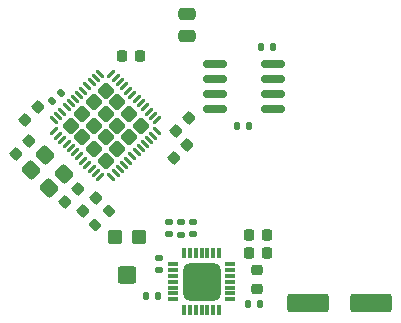
<source format=gtp>
%TF.GenerationSoftware,KiCad,Pcbnew,9.0.2-9.0.2-0~ubuntu22.04.1*%
%TF.CreationDate,2025-05-11T10:39:50+03:00*%
%TF.ProjectId,steper-motor-unit,73746570-6572-42d6-9d6f-746f722d756e,rev?*%
%TF.SameCoordinates,Original*%
%TF.FileFunction,Paste,Top*%
%TF.FilePolarity,Positive*%
%FSLAX46Y46*%
G04 Gerber Fmt 4.6, Leading zero omitted, Abs format (unit mm)*
G04 Created by KiCad (PCBNEW 9.0.2-9.0.2-0~ubuntu22.04.1) date 2025-05-11 10:39:50*
%MOMM*%
%LPD*%
G01*
G04 APERTURE LIST*
G04 Aperture macros list*
%AMRoundRect*
0 Rectangle with rounded corners*
0 $1 Rounding radius*
0 $2 $3 $4 $5 $6 $7 $8 $9 X,Y pos of 4 corners*
0 Add a 4 corners polygon primitive as box body*
4,1,4,$2,$3,$4,$5,$6,$7,$8,$9,$2,$3,0*
0 Add four circle primitives for the rounded corners*
1,1,$1+$1,$2,$3*
1,1,$1+$1,$4,$5*
1,1,$1+$1,$6,$7*
1,1,$1+$1,$8,$9*
0 Add four rect primitives between the rounded corners*
20,1,$1+$1,$2,$3,$4,$5,0*
20,1,$1+$1,$4,$5,$6,$7,0*
20,1,$1+$1,$6,$7,$8,$9,0*
20,1,$1+$1,$8,$9,$2,$3,0*%
G04 Aperture macros list end*
%ADD10RoundRect,0.250000X-0.475000X0.250000X-0.475000X-0.250000X0.475000X-0.250000X0.475000X0.250000X0*%
%ADD11RoundRect,0.135000X-0.185000X0.135000X-0.185000X-0.135000X0.185000X-0.135000X0.185000X0.135000X0*%
%ADD12RoundRect,0.225000X0.017678X-0.335876X0.335876X-0.017678X-0.017678X0.335876X-0.335876X0.017678X0*%
%ADD13RoundRect,0.250000X-0.350000X0.350000X-0.350000X-0.350000X0.350000X-0.350000X0.350000X0.350000X0*%
%ADD14RoundRect,0.250000X-0.550000X0.500000X-0.550000X-0.500000X0.550000X-0.500000X0.550000X0.500000X0*%
%ADD15RoundRect,0.225000X-0.017678X0.335876X-0.335876X0.017678X0.017678X-0.335876X0.335876X-0.017678X0*%
%ADD16RoundRect,0.225000X-0.225000X-0.250000X0.225000X-0.250000X0.225000X0.250000X-0.225000X0.250000X0*%
%ADD17RoundRect,0.135000X0.185000X-0.135000X0.185000X0.135000X-0.185000X0.135000X-0.185000X-0.135000X0*%
%ADD18RoundRect,0.135000X-0.135000X-0.185000X0.135000X-0.185000X0.135000X0.185000X-0.135000X0.185000X0*%
%ADD19RoundRect,0.250000X-1.500000X-0.550000X1.500000X-0.550000X1.500000X0.550000X-1.500000X0.550000X0*%
%ADD20RoundRect,0.135000X0.035355X-0.226274X0.226274X-0.035355X-0.035355X0.226274X-0.226274X0.035355X0*%
%ADD21RoundRect,0.250000X-0.565685X0.070711X0.070711X-0.565685X0.565685X-0.070711X-0.070711X0.565685X0*%
%ADD22RoundRect,0.135000X0.135000X0.185000X-0.135000X0.185000X-0.135000X-0.185000X0.135000X-0.185000X0*%
%ADD23RoundRect,0.250000X0.000000X-0.445477X0.445477X0.000000X0.000000X0.445477X-0.445477X0.000000X0*%
%ADD24RoundRect,0.062500X-0.220971X-0.309359X0.309359X0.220971X0.220971X0.309359X-0.309359X-0.220971X0*%
%ADD25RoundRect,0.062500X0.220971X-0.309359X0.309359X-0.220971X-0.220971X0.309359X-0.309359X0.220971X0*%
%ADD26RoundRect,0.200000X0.053033X-0.335876X0.335876X-0.053033X-0.053033X0.335876X-0.335876X0.053033X0*%
%ADD27RoundRect,0.225000X0.250000X-0.225000X0.250000X0.225000X-0.250000X0.225000X-0.250000X-0.225000X0*%
%ADD28RoundRect,0.045000X0.405000X-0.105000X0.405000X0.105000X-0.405000X0.105000X-0.405000X-0.105000X0*%
%ADD29RoundRect,0.045000X-0.405000X0.105000X-0.405000X-0.105000X0.405000X-0.105000X0.405000X0.105000X0*%
%ADD30RoundRect,0.045000X-0.105000X-0.405000X0.105000X-0.405000X0.105000X0.405000X-0.105000X0.405000X0*%
%ADD31RoundRect,0.045000X0.105000X0.405000X-0.105000X0.405000X-0.105000X-0.405000X0.105000X-0.405000X0*%
%ADD32RoundRect,0.472500X1.102500X1.102500X-1.102500X1.102500X-1.102500X-1.102500X1.102500X-1.102500X0*%
%ADD33RoundRect,0.150000X-0.825000X-0.150000X0.825000X-0.150000X0.825000X0.150000X-0.825000X0.150000X0*%
G04 APERTURE END LIST*
D10*
%TO.C,C8*%
X20740000Y37120000D03*
X20740000Y35220000D03*
%TD*%
D11*
%TO.C,R14*%
X19210000Y19440000D03*
X19210000Y18420000D03*
%TD*%
D12*
%TO.C,C5*%
X19821992Y27161992D03*
X20918008Y28258008D03*
%TD*%
D13*
%TO.C,PT1*%
X16670000Y18190000D03*
D14*
X15670000Y14940000D03*
D13*
X14670000Y18190000D03*
%TD*%
D12*
%TO.C,C4*%
X19621992Y24871992D03*
X20718008Y25968008D03*
%TD*%
D11*
%TO.C,R10*%
X20240000Y19430000D03*
X20240000Y18410000D03*
%TD*%
D12*
%TO.C,C11*%
X10388229Y21137164D03*
X11484245Y22233180D03*
%TD*%
D15*
%TO.C,C9*%
X12998008Y21468008D03*
X11901992Y20371992D03*
%TD*%
D16*
%TO.C,C16*%
X25975000Y18360000D03*
X27525000Y18360000D03*
%TD*%
D17*
%TO.C,R9*%
X18330000Y15410000D03*
X18330000Y16430000D03*
%TD*%
D18*
%TO.C,R16*%
X17280000Y13200000D03*
X18300000Y13200000D03*
%TD*%
D19*
%TO.C,C14*%
X30950000Y12620000D03*
X36350000Y12620000D03*
%TD*%
D20*
%TO.C,R11*%
X9329426Y29709426D03*
X10050674Y30430674D03*
%TD*%
D21*
%TO.C,X1*%
X7537379Y23911949D03*
X9093014Y22356314D03*
X10295095Y23558395D03*
X8739460Y25114030D03*
%TD*%
D22*
%TO.C,R5*%
X28020000Y34290000D03*
X27000000Y34290000D03*
%TD*%
D16*
%TO.C,C13*%
X25965000Y16870000D03*
X27515000Y16870000D03*
%TD*%
D12*
%TO.C,C10*%
X6278229Y25227164D03*
X7374245Y26323180D03*
%TD*%
D11*
%TO.C,R15*%
X21260000Y19440000D03*
X21260000Y18420000D03*
%TD*%
D16*
%TO.C,C6*%
X15195000Y33490000D03*
X16745000Y33490000D03*
%TD*%
D23*
%TO.C,U2*%
X10890253Y27629949D03*
X11880202Y26640000D03*
X12870152Y25650050D03*
X13860101Y24660101D03*
X11880202Y28619898D03*
X12870152Y27629949D03*
X13860101Y26640000D03*
X14850050Y25650050D03*
X12870152Y29609848D03*
X13860101Y28619898D03*
X14850050Y27629949D03*
X15840000Y26640000D03*
X13860101Y30599797D03*
X14850050Y29609848D03*
X15840000Y28619898D03*
X16829949Y27629949D03*
D24*
X9484878Y27143813D03*
X9838431Y26790260D03*
X10191985Y26436706D03*
X10545538Y26083153D03*
X10899091Y25729600D03*
X11252645Y25376046D03*
X11606198Y25022493D03*
X11959752Y24668939D03*
X12313305Y24315386D03*
X12666858Y23961833D03*
X13020412Y23608279D03*
X13373965Y23254726D03*
D25*
X14346237Y23254726D03*
X14699790Y23608279D03*
X15053344Y23961833D03*
X15406897Y24315386D03*
X15760450Y24668939D03*
X16114004Y25022493D03*
X16467557Y25376046D03*
X16821111Y25729600D03*
X17174664Y26083153D03*
X17528217Y26436706D03*
X17881771Y26790260D03*
X18235324Y27143813D03*
D24*
X18235324Y28116085D03*
X17881771Y28469638D03*
X17528217Y28823192D03*
X17174664Y29176745D03*
X16821111Y29530298D03*
X16467557Y29883852D03*
X16114004Y30237405D03*
X15760450Y30590959D03*
X15406897Y30944512D03*
X15053344Y31298065D03*
X14699790Y31651619D03*
X14346237Y32005172D03*
D25*
X13373965Y32005172D03*
X13020412Y31651619D03*
X12666858Y31298065D03*
X12313305Y30944512D03*
X11959752Y30590959D03*
X11606198Y30237405D03*
X11252645Y29883852D03*
X10899091Y29530298D03*
X10545538Y29176745D03*
X10191985Y28823192D03*
X9838431Y28469638D03*
X9484878Y28116085D03*
%TD*%
D15*
%TO.C,C7*%
X8158058Y29238058D03*
X7062042Y28142042D03*
%TD*%
D26*
%TO.C,R4*%
X12956637Y19256637D03*
X14123363Y20423363D03*
%TD*%
D27*
%TO.C,C15*%
X26640000Y13835000D03*
X26640000Y15385000D03*
%TD*%
D22*
%TO.C,R6*%
X26020000Y27565000D03*
X25000000Y27565000D03*
%TD*%
D18*
%TO.C,R18*%
X25900000Y12550000D03*
X26920000Y12550000D03*
%TD*%
D28*
%TO.C,U5*%
X24370000Y12920000D03*
X24370000Y13420000D03*
X24370000Y13920000D03*
D29*
X24370000Y14420000D03*
X24370000Y14920000D03*
D28*
X24370000Y15420000D03*
D29*
X24370000Y15920000D03*
D30*
X23470000Y16820000D03*
X22970000Y16820000D03*
X22470000Y16820000D03*
X21970000Y16820000D03*
X21470000Y16820000D03*
X20970000Y16820000D03*
X20470000Y16820000D03*
D29*
X19570000Y15920000D03*
D28*
X19570000Y15420000D03*
X19570000Y14920000D03*
X19570000Y14420000D03*
X19570000Y13920000D03*
D29*
X19570000Y13420000D03*
D28*
X19570000Y12920000D03*
D31*
X20470000Y12020000D03*
X20970000Y12020000D03*
X21470000Y12020000D03*
X21970000Y12020000D03*
X22470000Y12020000D03*
X22970000Y12020000D03*
X23470000Y12020000D03*
D32*
X21970000Y14420000D03*
%TD*%
D33*
%TO.C,U3*%
X23085000Y32830000D03*
X23085000Y31560000D03*
X23085000Y30290000D03*
X23085000Y29020000D03*
X28035000Y29020000D03*
X28035000Y30290000D03*
X28035000Y31560000D03*
X28035000Y32830000D03*
%TD*%
M02*

</source>
